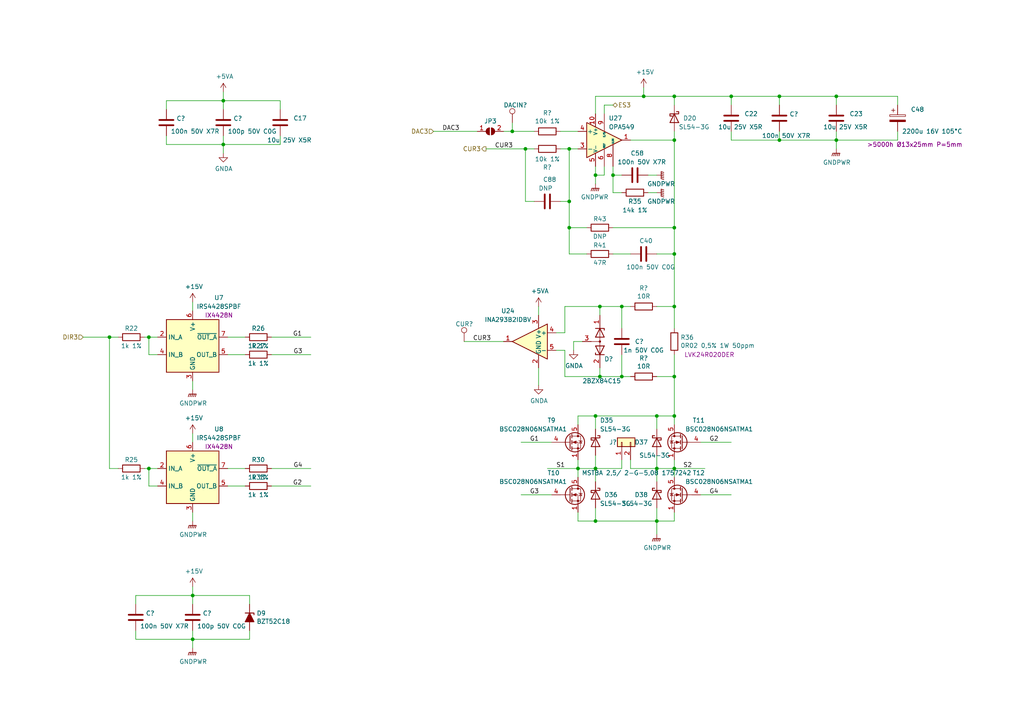
<source format=kicad_sch>
(kicad_sch (version 20230121) (generator eeschema)
  (paper "A4")
  (title_block (title "Compensation coils driver") (date "2022-03-22") (rev "2.0") (company "UMK (NCU) Toruń") (comment 1 "KL FAMO") (comment 2 "design by: mgr inż. Adam Ledziński") (comment 4 "PL: Zasilacz cewek kompensacyjnych (3x3A)"))
  (lib_symbols
    (symbol "Amplifier_Current:INA196" (pin_names (offset 0.127))
      (property "Reference" "U" (at 3.81 3.81 0))
      (property "Value" "INA196" (at 3.81 -3.81 0))
      (symbol "INA196_0_1"
        (polyline (pts (xy 5.08 0) (xy -5.08 5.08) (xy -5.08 -5.08) (xy 5.08 0)) (stroke (width 0.254)) (fill (type background)))
      )
      (symbol "INA196_1_1"
        (pin output line (at 7.62 0 180) (length 2.54) (name "~") (number "1"))
        (pin power_in line (at -2.54 -7.62 90) (length 3.81) (name "GND") (number "2"))
        (pin power_in line (at -2.54 7.62 270) (length 3.81) (name "V+") (number "3"))
        (pin input line (at -7.62 2.54 0) (length 2.54) (name "+") (number "4"))
        (pin input line (at -7.62 -2.54 0) (length 2.54) (name "-") (number "5"))
      )
    )
    (symbol "Connector:TestPoint" (pin_numbers hide) (pin_names (offset 0.762) hide)
      (property "Reference" "TP" (at 0 6.858 0))
      (property "Value" "TestPoint" (at 0 5.08 0))
      (symbol "TestPoint_0_1"
        (circle (center 0 3.302) (radius 0.762))
      )
      (symbol "TestPoint_1_1"
        (pin passive line (at 0 0 90) (length 2.54) (name "1") (number "1"))
      )
    )
    (symbol "Connector_Generic:Conn_01x02" (pin_names (offset 1.016) hide)
      (property "Reference" "J" (at 0 2.54 0))
      (property "Value" "Conn_01x02" (at 0 -5.08 0))
      (symbol "Conn_01x02_1_1"
        (rectangle (start -1.27 -2.413) (end 0 -2.667) (stroke (width 0.1524)))
        (rectangle (start -1.27 0.127) (end 0 -0.127) (stroke (width 0.1524)))
        (rectangle (start -1.27 1.27) (end 1.27 -3.81) (stroke (width 0.254)) (fill (type background)))
        (pin passive line (at -5.08 0 0) (length 3.81) (name "Pin_1") (number "1"))
        (pin passive line (at -5.08 -2.54 0) (length 3.81) (name "Pin_2") (number "2"))
      )
    )
    (symbol "Device:C" (pin_numbers hide) (pin_names (offset 0.254))
      (property "Reference" "C" (at 0.635 2.54 0))
      (property "Value" "C" (at 0.635 -2.54 0))
      (symbol "C_0_1"
        (polyline (pts (xy -2.032 -0.762) (xy 2.032 -0.762)) (stroke (width 0.508)))
        (polyline (pts (xy -2.032 0.762) (xy 2.032 0.762)) (stroke (width 0.508)))
      )
      (symbol "C_1_1"
        (pin passive line (at 0 3.81 270) (length 2.794) (name "~") (number "1"))
        (pin passive line (at 0 -3.81 90) (length 2.794) (name "~") (number "2"))
      )
    )
    (symbol "Device:D_Schottky" (pin_numbers hide) (pin_names (offset 1.016) hide)
      (property "Reference" "D" (at 0 2.54 0))
      (property "Value" "D_Schottky" (at 0 -2.54 0))
      (symbol "D_Schottky_0_1"
        (polyline (pts (xy 1.27 0) (xy -1.27 0)))
        (polyline (pts (xy 1.27 1.27) (xy 1.27 -1.27) (xy -1.27 0) (xy 1.27 1.27)) (stroke (width 0.254)))
        (polyline (pts (xy -1.905 0.635) (xy -1.905 1.27) (xy -1.27 1.27) (xy -1.27 -1.27) (xy -0.635 -1.27) (xy -0.635 -0.635)) (stroke (width 0.254)))
      )
      (symbol "D_Schottky_1_1"
        (pin passive line (at -3.81 0 0) (length 2.54) (name "K") (number "1"))
        (pin passive line (at 3.81 0 180) (length 2.54) (name "A") (number "2"))
      )
    )
    (symbol "Device:R" (pin_numbers hide) (pin_names (offset 0))
      (property "Reference" "R" (at 2.032 0 90))
      (property "Value" "R" (at 0 0 90))
      (symbol "R_0_1"
        (rectangle (start -1.016 -2.54) (end 1.016 2.54) (stroke (width 0.254)))
      )
      (symbol "R_1_1"
        (pin passive line (at 0 3.81 270) (length 1.27) (name "~") (number "1"))
        (pin passive line (at 0 -3.81 90) (length 1.27) (name "~") (number "2"))
      )
    )
    (symbol "Driver_FET:MIC4428"
      (property "Reference" "U" (at -7.62 8.89 0))
      (property "Value" "MIC4428" (at 1.27 8.89 0))
      (symbol "MIC4428_0_1"
        (rectangle (start -7.62 -7.62) (end 7.62 7.62) (stroke (width 0.254)) (fill (type background)))
      )
      (symbol "MIC4428_1_1"
        (pin no_connect line (at -7.62 0 0) (length 2.54) hide (name "NC") (number "1"))
        (pin input line (at -10.16 2.54 0) (length 2.54) (name "IN_A") (number "2"))
        (pin power_in line (at 0 -10.16 90) (length 2.54) (name "GND") (number "3"))
        (pin input line (at -10.16 -2.54 0) (length 2.54) (name "IN_B") (number "4"))
        (pin output line (at 10.16 -2.54 180) (length 2.54) (name "OUT_B") (number "5"))
        (pin power_in line (at 0 10.16 270) (length 2.54) (name "V+") (number "6"))
        (pin output line (at 10.16 2.54 180) (length 2.54) (name "~{OUT_A}") (number "7"))
        (pin no_connect line (at 7.62 0 180) (length 2.54) hide (name "NC") (number "8"))
      )
    )
    (symbol "Jumper:SolderJumper_2_Open" (pin_names (offset 0) hide)
      (property "Reference" "JP" (at 0 2.032 0))
      (property "Value" "SolderJumper_2_Open" (at 0 -2.54 0))
      (symbol "SolderJumper_2_Open_0_1"
        (arc (start -0.254 1.016) (mid -1.2656 0) (end -0.254 -1.016))
        (arc (start -0.254 1.016) (mid -1.2656 0) (end -0.254 -1.016) (fill (type outline)))
        (polyline (pts (xy -0.254 1.016) (xy -0.254 -1.016)))
        (polyline (pts (xy 0.254 1.016) (xy 0.254 -1.016)))
        (arc (start 0.254 -1.016) (mid 1.2656 0) (end 0.254 1.016))
        (arc (start 0.254 -1.016) (mid 1.2656 0) (end 0.254 1.016) (fill (type outline)))
      )
      (symbol "SolderJumper_2_Open_1_1"
        (pin passive line (at -3.81 0 0) (length 2.54) (name "A") (number "1"))
        (pin passive line (at 3.81 0 180) (length 2.54) (name "B") (number "2"))
      )
    )
    (symbol "Transistor_FET:BSC028N06LS3" (pin_names hide)
      (property "Reference" "Q" (at 5.08 1.905 0))
      (property "Value" "BSC028N06LS3" (at 5.08 0 0))
      (symbol "BSC028N06LS3_0_1"
        (polyline (pts (xy 0.254 0) (xy -2.54 0)))
        (polyline (pts (xy 0.254 1.905) (xy 0.254 -1.905)) (stroke (width 0.254)))
        (polyline (pts (xy 0.762 -1.27) (xy 0.762 -2.286)) (stroke (width 0.254)))
        (polyline (pts (xy 0.762 0.508) (xy 0.762 -0.508)) (stroke (width 0.254)))
        (polyline (pts (xy 0.762 2.286) (xy 0.762 1.27)) (stroke (width 0.254)))
        (polyline (pts (xy 2.54 2.54) (xy 2.54 1.778)))
        (polyline (pts (xy 2.54 -2.54) (xy 2.54 0) (xy 0.762 0)))
        (polyline (pts (xy 0.762 -1.778) (xy 3.302 -1.778) (xy 3.302 1.778) (xy 0.762 1.778)))
        (polyline (pts (xy 1.016 0) (xy 2.032 0.381) (xy 2.032 -0.381) (xy 1.016 0)) (fill (type outline)))
        (polyline (pts (xy 2.794 0.508) (xy 2.921 0.381) (xy 3.683 0.381) (xy 3.81 0.254)))
        (polyline (pts (xy 3.302 0.381) (xy 2.921 -0.254) (xy 3.683 -0.254) (xy 3.302 0.381)))
        (circle (center 1.651 0) (radius 2.794) (stroke (width 0.254)))
        (circle (center 2.54 -1.778) (radius 0.254) (fill (type outline)))
        (circle (center 2.54 1.778) (radius 0.254) (fill (type outline)))
      )
      (symbol "BSC028N06LS3_1_1"
        (pin passive line (at 2.54 -5.08 90) (length 2.54) (name "S") (number "1"))
        (pin passive line (at 2.54 -5.08 90) (length 2.54) hide (name "S") (number "2"))
        (pin passive line (at 2.54 -5.08 90) (length 2.54) hide (name "S") (number "3"))
        (pin passive line (at -5.08 0 0) (length 2.54) (name "G") (number "4"))
        (pin passive line (at 2.54 5.08 270) (length 2.54) (name "D") (number "5"))
      )
    )
    (symbol "current3Av2-rescue:CP-Device" (pin_numbers hide) (pin_names (offset 0.254))
      (property "Reference" "C" (at 0.635 2.54 0))
      (property "Value" "Device_CP" (at 0.635 -2.54 0))
      (symbol "CP-Device_0_1"
        (rectangle (start -2.286 0.508) (end 2.286 1.016))
        (polyline (pts (xy -1.778 2.286) (xy -0.762 2.286)))
        (polyline (pts (xy -1.27 2.794) (xy -1.27 1.778)))
        (rectangle (start 2.286 -0.508) (end -2.286 -1.016) (fill (type outline)))
      )
      (symbol "CP-Device_1_1"
        (pin passive line (at 0 3.81 270) (length 2.794) (name "~") (number "1"))
        (pin passive line (at 0 -3.81 90) (length 2.794) (name "~") (number "2"))
      )
    )
    (symbol "current3Av2-rescue:D_Zener_ALT-Device" (pin_numbers hide) (pin_names (offset 1.016) hide)
      (property "Reference" "D" (at 0 2.54 0))
      (property "Value" "Device_D_Zener_ALT" (at 0 -2.54 0))
      (symbol "D_Zener_ALT-Device_0_1"
        (polyline (pts (xy 1.27 0) (xy -1.27 0)))
        (polyline (pts (xy -1.27 -1.27) (xy -1.27 1.27) (xy -0.762 1.27)) (stroke (width 0.254)))
        (polyline (pts (xy 1.27 -1.27) (xy 1.27 1.27) (xy -1.27 0) (xy 1.27 -1.27)) (stroke (width 0.254)) (fill (type outline)))
      )
      (symbol "D_Zener_ALT-Device_1_1"
        (pin passive line (at -3.81 0 0) (length 2.54) (name "K") (number "1"))
        (pin passive line (at 3.81 0 180) (length 2.54) (name "A") (number "2"))
      )
    )
    (symbol "current3Av2-rescue:D_Zener_x2_ACom_KKA-Device" (pin_names (offset 0.762) hide)
      (property "Reference" "D" (at 1.27 -2.54 0))
      (property "Value" "Device_D_Zener_x2_ACom_KKA" (at 0 2.54 0))
      (symbol "D_Zener_x2_ACom_KKA-Device_0_1"
        (polyline (pts (xy -3.556 0) (xy 3.81 0)))
        (polyline (pts (xy 0 0) (xy 0 -2.54)))
        (polyline (pts (xy -3.81 -1.27) (xy -3.81 1.27) (xy -3.302 1.27)) (stroke (width 0.254)))
        (polyline (pts (xy 3.302 -1.27) (xy 3.81 -1.27) (xy 3.81 1.27)) (stroke (width 0.254)))
        (polyline (pts (xy -1.27 -1.27) (xy -3.81 0) (xy -1.27 1.27) (xy -1.27 -1.27) (xy -1.27 -1.27) (xy -1.27 -1.27)) (stroke (width 0.254)))
        (polyline (pts (xy 1.27 1.27) (xy 3.81 0) (xy 1.27 -1.27) (xy 1.27 1.27) (xy 1.27 1.27) (xy 1.27 1.27)) (stroke (width 0.254)))
        (circle (center 0 0) (radius 0.254) (fill (type outline)))
        (pin passive line (at -7.62 0 0) (length 3.81) (name "K") (number "1"))
        (pin passive line (at 7.62 0 180) (length 3.81) (name "K") (number "2"))
        (pin passive line (at 0 -5.08 90) (length 2.54) (name "A") (number "3"))
      )
    )
    (symbol "ff:OPA549" (pin_names (offset 0.127))
      (property "Reference" "U" (at 3.81 3.81 0))
      (property "Value" "OPA549" (at 3.81 -2.54 0))
      (symbol "OPA549_0_1"
        (polyline (pts (xy 5.08 0) (xy -5.08 5.08) (xy -5.08 -5.08) (xy 5.08 0)) (stroke (width 0.254)) (fill (type background)))
      )
      (symbol "OPA549_1_1"
        (pin output line (at 7.62 0 180) (length 2.54) (name "~") (number "1"))
        (pin power_in line (at -2.54 7.62 270) (length 3.81) (name "V+") (number "10"))
        (pin power_in line (at -2.54 7.62 270) (length 3.81) hide (name "V+") (number "11"))
        (pin output line (at 7.62 0 180) (length 2.54) hide (name "~") (number "2"))
        (pin input line (at -7.62 -2.54 0) (length 2.54) (name "-") (number "3"))
        (pin input line (at -7.62 2.54 0) (length 2.54) (name "+") (number "4"))
        (pin power_in line (at -2.54 -7.62 90) (length 3.81) (name "V-") (number "5"))
        (pin passive line (at 0 -7.62 90) (length 5.08) (name "REF") (number "6"))
        (pin power_in line (at -2.54 -7.62 90) (length 3.81) hide (name "V-") (number "7"))
        (pin passive line (at 2.54 -7.62 90) (length 6.35) (name "ILIM") (number "8"))
        (pin passive line (at 0 7.62 270) (length 5.08) (name "E/S") (number "9"))
      )
    )
    (symbol "power:+15V" (power) (pin_names (offset 0))
      (property "Value" "+15V" (at 0 3.556 0))
      (symbol "+15V_0_1"
        (polyline (pts (xy -0.762 1.27) (xy 0 2.54)))
        (polyline (pts (xy 0 0) (xy 0 2.54)))
        (polyline (pts (xy 0 2.54) (xy 0.762 1.27)))
      )
      (symbol "+15V_1_1"
        (pin power_in line (at 0 0 90) (length 0) hide (name "+15V") (number "1"))
      )
    )
    (symbol "power:+5VA" (power) (pin_names (offset 0))
      (property "Value" "+5VA" (at 0 3.556 0))
      (symbol "+5VA_0_1"
        (polyline (pts (xy -0.762 1.27) (xy 0 2.54)))
        (polyline (pts (xy 0 0) (xy 0 2.54)))
        (polyline (pts (xy 0 2.54) (xy 0.762 1.27)))
      )
      (symbol "+5VA_1_1"
        (pin power_in line (at 0 0 90) (length 0) hide (name "+5VA") (number "1"))
      )
    )
    (symbol "power:GNDA" (power) (pin_names (offset 0))
      (property "Value" "GNDA" (at 0 -3.81 0))
      (symbol "GNDA_0_1"
        (polyline (pts (xy 0 0) (xy 0 -1.27) (xy 1.27 -1.27) (xy 0 -2.54) (xy -1.27 -1.27) (xy 0 -1.27)))
      )
      (symbol "GNDA_1_1"
        (pin power_in line (at 0 0 270) (length 0) hide (name "GNDA") (number "1"))
      )
    )
    (symbol "power:GNDPWR" (power) (pin_names (offset 0))
      (property "Value" "GNDPWR" (at 0 -3.302 0))
      (symbol "GNDPWR_0_1"
        (polyline (pts (xy 0 -1.27) (xy 0 0)))
        (polyline (pts (xy -1.016 -1.27) (xy -1.27 -2.032) (xy -1.27 -2.032)) (stroke (width 0.2032)))
        (polyline (pts (xy -0.508 -1.27) (xy -0.762 -2.032) (xy -0.762 -2.032)) (stroke (width 0.2032)))
        (polyline (pts (xy 0 -1.27) (xy -0.254 -2.032) (xy -0.254 -2.032)) (stroke (width 0.2032)))
        (polyline (pts (xy 0.508 -1.27) (xy 0.254 -2.032) (xy 0.254 -2.032)) (stroke (width 0.2032)))
        (polyline (pts (xy 1.016 -1.27) (xy -1.016 -1.27) (xy -1.016 -1.27)) (stroke (width 0.2032)))
        (polyline (pts (xy 1.016 -1.27) (xy 0.762 -2.032) (xy 0.762 -2.032) (xy 0.762 -2.032)) (stroke (width 0.2032)))
      )
      (symbol "GNDPWR_1_1"
        (pin power_in line (at 0 0 270) (length 0) hide (name "GNDPWR") (number "1"))
      )
    )
  )
  (junction (at 226.06 27.94))
  (junction (at 186.69 27.94))
  (junction (at 190.5 151.13))
  (junction (at 195.58 109.22))
  (junction (at 242.57 27.94))
  (junction (at 180.34 109.22))
  (junction (at 177.8 50.8))
  (junction (at 195.58 120.65))
  (junction (at 172.72 50.8))
  (junction (at 165.1 66.04))
  (junction (at 43.18 97.79))
  (junction (at 195.58 135.89))
  (junction (at 180.34 88.9))
  (junction (at 172.72 135.89))
  (junction (at 43.18 135.89))
  (junction (at 148.59 38.1))
  (junction (at 152.4 43.18))
  (junction (at 190.5 120.65))
  (junction (at 212.09 27.94))
  (junction (at 55.88 185.42))
  (junction (at 173.99 88.9))
  (junction (at 172.72 120.65))
  (junction (at 165.1 43.18))
  (junction (at 172.72 151.13))
  (junction (at 64.77 29.21))
  (junction (at 165.1 58.42))
  (junction (at 190.5 135.89))
  (junction (at 64.77 41.91))
  (junction (at 242.57 40.64))
  (junction (at 195.58 88.9))
  (junction (at 31.75 97.79))
  (junction (at 173.99 109.22))
  (junction (at 226.06 40.64))
  (junction (at 195.58 73.66))
  (junction (at 55.88 172.72))
  (junction (at 195.58 66.04))
  (junction (at 195.58 40.64))
  (junction (at 167.64 135.89))
  (junction (at 195.58 27.94))
  (wire (pts (xy 190.5 135.89) (xy 195.58 135.89)))
  (wire (pts (xy 180.34 102.87) (xy 180.34 109.22)))
  (wire (pts (xy 162.56 38.1) (xy 167.64 38.1)))
  (wire (pts (xy 182.88 135.89) (xy 190.5 135.89)))
  (wire (pts (xy 212.09 143.51) (xy 203.2 143.51)))
  (wire (pts (xy 31.75 135.89) (xy 31.75 97.79)))
  (wire (pts (xy 195.58 66.04) (xy 195.58 73.66)))
  (wire (pts (xy 242.57 40.64) (xy 242.57 38.1)))
  (wire (pts (xy 39.37 172.72) (xy 55.88 172.72)))
  (wire (pts (xy 55.88 185.42) (xy 55.88 182.88)))
  (wire (pts (xy 66.04 135.89) (xy 71.12 135.89)))
  (wire (pts (xy 180.34 88.9) (xy 180.34 95.25)))
  (wire (pts (xy 195.58 73.66) (xy 190.5 73.66)))
  (wire (pts (xy 161.29 96.52) (xy 163.83 96.52)))
  (wire (pts (xy 180.34 55.88) (xy 177.8 55.88)))
  (wire (pts (xy 195.58 109.22) (xy 190.5 109.22)))
  (wire (pts (xy 154.94 38.1) (xy 148.59 38.1)))
  (wire (pts (xy 182.88 133.35) (xy 182.88 135.89)))
  (wire (pts (xy 170.18 66.04) (xy 165.1 66.04)))
  (wire (pts (xy 212.09 40.64) (xy 226.06 40.64)))
  (wire (pts (xy 175.26 50.8) (xy 175.26 48.26)))
  (wire (pts (xy 43.18 135.89) (xy 43.18 140.97)))
  (wire (pts (xy 64.77 26.67) (xy 64.77 29.21)))
  (wire (pts (xy 55.88 170.18) (xy 55.88 172.72)))
  (wire (pts (xy 55.88 90.17) (xy 55.88 87.63)))
  (wire (pts (xy 195.58 135.89) (xy 204.47 135.89)))
  (wire (pts (xy 165.1 66.04) (xy 165.1 58.42)))
  (wire (pts (xy 162.56 58.42) (xy 165.1 58.42)))
  (wire (pts (xy 43.18 135.89) (xy 45.72 135.89)))
  (wire (pts (xy 167.64 138.43) (xy 167.64 135.89)))
  (wire (pts (xy 182.88 40.64) (xy 195.58 40.64)))
  (wire (pts (xy 161.29 101.6) (xy 163.83 101.6)))
  (wire (pts (xy 195.58 135.89) (xy 195.58 138.43)))
  (wire (pts (xy 163.83 109.22) (xy 173.99 109.22)))
  (wire (pts (xy 165.1 43.18) (xy 167.64 43.18)))
  (wire (pts (xy 195.58 40.64) (xy 195.58 66.04)))
  (wire (pts (xy 81.28 31.75) (xy 81.28 29.21)))
  (wire (pts (xy 81.28 39.37) (xy 81.28 41.91)))
  (wire (pts (xy 154.94 58.42) (xy 152.4 58.42)))
  (wire (pts (xy 152.4 43.18) (xy 154.94 43.18)))
  (wire (pts (xy 212.09 38.1) (xy 212.09 40.64)))
  (wire (pts (xy 175.26 30.48) (xy 175.26 33.02)))
  (wire (pts (xy 72.39 175.26) (xy 72.39 172.72)))
  (wire (pts (xy 190.5 124.46) (xy 190.5 120.65)))
  (wire (pts (xy 167.64 151.13) (xy 167.64 148.59)))
  (wire (pts (xy 195.58 135.89) (xy 195.58 133.35)))
  (wire (pts (xy 163.83 101.6) (xy 163.83 109.22)))
  (wire (pts (xy 195.58 88.9) (xy 195.58 95.25)))
  (wire (pts (xy 55.88 113.03) (xy 55.88 110.49)))
  (wire (pts (xy 172.72 50.8) (xy 175.26 50.8)))
  (wire (pts (xy 173.99 88.9) (xy 180.34 88.9)))
  (wire (pts (xy 66.04 97.79) (xy 71.12 97.79)))
  (wire (pts (xy 195.58 27.94) (xy 186.69 27.94)))
  (wire (pts (xy 43.18 97.79) (xy 45.72 97.79)))
  (wire (pts (xy 41.91 97.79) (xy 43.18 97.79)))
  (wire (pts (xy 167.64 135.89) (xy 172.72 135.89)))
  (wire (pts (xy 172.72 27.94) (xy 186.69 27.94)))
  (wire (pts (xy 190.5 135.89) (xy 190.5 132.08)))
  (wire (pts (xy 165.1 73.66) (xy 165.1 66.04)))
  (wire (pts (xy 242.57 40.64) (xy 260.35 40.64)))
  (wire (pts (xy 180.34 88.9) (xy 182.88 88.9)))
  (wire (pts (xy 43.18 140.97) (xy 45.72 140.97)))
  (wire (pts (xy 172.72 147.32) (xy 172.72 151.13)))
  (wire (pts (xy 163.83 88.9) (xy 173.99 88.9)))
  (wire (pts (xy 172.72 33.02) (xy 172.72 27.94)))
  (wire (pts (xy 195.58 30.48) (xy 195.58 27.94)))
  (wire (pts (xy 138.43 38.1) (xy 125.73 38.1)))
  (wire (pts (xy 180.34 135.89) (xy 180.34 133.35)))
  (wire (pts (xy 180.34 109.22) (xy 182.88 109.22)))
  (wire (pts (xy 167.64 120.65) (xy 172.72 120.65)))
  (wire (pts (xy 172.72 135.89) (xy 172.72 132.08)))
  (wire (pts (xy 24.13 97.79) (xy 31.75 97.79)))
  (wire (pts (xy 48.26 31.75) (xy 48.26 29.21)))
  (wire (pts (xy 172.72 48.26) (xy 172.72 50.8)))
  (wire (pts (xy 190.5 120.65) (xy 195.58 120.65)))
  (wire (pts (xy 172.72 120.65) (xy 190.5 120.65)))
  (wire (pts (xy 195.58 88.9) (xy 195.58 73.66)))
  (wire (pts (xy 78.74 102.87) (xy 90.17 102.87)))
  (wire (pts (xy 55.88 172.72) (xy 72.39 172.72)))
  (wire (pts (xy 172.72 135.89) (xy 180.34 135.89)))
  (wire (pts (xy 55.88 185.42) (xy 72.39 185.42)))
  (wire (pts (xy 190.5 147.32) (xy 190.5 151.13)))
  (wire (pts (xy 162.56 43.18) (xy 165.1 43.18)))
  (wire (pts (xy 180.34 50.8) (xy 177.8 50.8)))
  (wire (pts (xy 172.72 151.13) (xy 190.5 151.13)))
  (wire (pts (xy 195.58 151.13) (xy 190.5 151.13)))
  (wire (pts (xy 39.37 175.26) (xy 39.37 172.72)))
  (wire (pts (xy 226.06 40.64) (xy 242.57 40.64)))
  (wire (pts (xy 156.21 106.68) (xy 156.21 111.76)))
  (wire (pts (xy 170.18 73.66) (xy 165.1 73.66)))
  (wire (pts (xy 64.77 41.91) (xy 64.77 44.45)))
  (wire (pts (xy 166.37 99.06) (xy 166.37 101.6)))
  (wire (pts (xy 172.72 139.7) (xy 172.72 135.89)))
  (wire (pts (xy 41.91 135.89) (xy 43.18 135.89)))
  (wire (pts (xy 39.37 185.42) (xy 55.88 185.42)))
  (wire (pts (xy 260.35 27.94) (xy 242.57 27.94)))
  (wire (pts (xy 177.8 30.48) (xy 175.26 30.48)))
  (wire (pts (xy 165.1 58.42) (xy 165.1 43.18)))
  (wire (pts (xy 72.39 182.88) (xy 72.39 185.42)))
  (wire (pts (xy 39.37 185.42) (xy 39.37 182.88)))
  (wire (pts (xy 173.99 106.68) (xy 173.99 109.22)))
  (wire (pts (xy 186.69 27.94) (xy 186.69 25.4)))
  (wire (pts (xy 182.88 73.66) (xy 177.8 73.66)))
  (wire (pts (xy 177.8 48.26) (xy 177.8 50.8)))
  (wire (pts (xy 151.13 128.27) (xy 160.02 128.27)))
  (wire (pts (xy 55.88 128.27) (xy 55.88 125.73)))
  (wire (pts (xy 195.58 109.22) (xy 195.58 120.65)))
  (wire (pts (xy 48.26 41.91) (xy 48.26 39.37)))
  (wire (pts (xy 90.17 140.97) (xy 78.74 140.97)))
  (wire (pts (xy 90.17 97.79) (xy 78.74 97.79)))
  (wire (pts (xy 195.58 148.59) (xy 195.58 151.13)))
  (wire (pts (xy 48.26 41.91) (xy 64.77 41.91)))
  (wire (pts (xy 134.62 99.06) (xy 146.05 99.06)))
  (wire (pts (xy 177.8 50.8) (xy 177.8 55.88)))
  (wire (pts (xy 226.06 40.64) (xy 226.06 38.1)))
  (wire (pts (xy 195.58 102.87) (xy 195.58 109.22)))
  (wire (pts (xy 71.12 102.87) (xy 66.04 102.87)))
  (wire (pts (xy 64.77 41.91) (xy 64.77 39.37)))
  (wire (pts (xy 140.97 43.18) (xy 152.4 43.18)))
  (wire (pts (xy 195.58 120.65) (xy 195.58 123.19)))
  (wire (pts (xy 64.77 31.75) (xy 64.77 29.21)))
  (wire (pts (xy 168.91 99.06) (xy 166.37 99.06)))
  (wire (pts (xy 190.5 88.9) (xy 195.58 88.9)))
  (wire (pts (xy 226.06 27.94) (xy 242.57 27.94)))
  (wire (pts (xy 43.18 97.79) (xy 43.18 102.87)))
  (wire (pts (xy 167.64 123.19) (xy 167.64 120.65)))
  (wire (pts (xy 148.59 38.1) (xy 146.05 38.1)))
  (wire (pts (xy 48.26 29.21) (xy 64.77 29.21)))
  (wire (pts (xy 64.77 41.91) (xy 81.28 41.91)))
  (wire (pts (xy 172.72 50.8) (xy 172.72 53.34)))
  (wire (pts (xy 148.59 38.1) (xy 148.59 35.56)))
  (wire (pts (xy 172.72 151.13) (xy 167.64 151.13)))
  (wire (pts (xy 203.2 128.27) (xy 212.09 128.27)))
  (wire (pts (xy 31.75 97.79) (xy 34.29 97.79)))
  (wire (pts (xy 156.21 91.44) (xy 156.21 88.9)))
  (wire (pts (xy 173.99 109.22) (xy 180.34 109.22)))
  (wire (pts (xy 34.29 135.89) (xy 31.75 135.89)))
  (wire (pts (xy 260.35 30.48) (xy 260.35 27.94)))
  (wire (pts (xy 212.09 27.94) (xy 212.09 30.48)))
  (wire (pts (xy 78.74 135.89) (xy 90.17 135.89)))
  (wire (pts (xy 172.72 124.46) (xy 172.72 120.65)))
  (wire (pts (xy 158.75 135.89) (xy 167.64 135.89)))
  (wire (pts (xy 195.58 40.64) (xy 195.58 38.1)))
  (wire (pts (xy 163.83 96.52) (xy 163.83 88.9)))
  (wire (pts (xy 167.64 135.89) (xy 167.64 133.35)))
  (wire (pts (xy 190.5 135.89) (xy 190.5 139.7)))
  (wire (pts (xy 55.88 175.26) (xy 55.88 172.72)))
  (wire (pts (xy 226.06 27.94) (xy 226.06 30.48)))
  (wire (pts (xy 55.88 185.42) (xy 55.88 187.96)))
  (wire (pts (xy 212.09 27.94) (xy 226.06 27.94)))
  (wire (pts (xy 195.58 27.94) (xy 212.09 27.94)))
  (wire (pts (xy 260.35 40.64) (xy 260.35 38.1)))
  (wire (pts (xy 187.96 55.88) (xy 190.5 55.88)))
  (wire (pts (xy 242.57 27.94) (xy 242.57 30.48)))
  (wire (pts (xy 190.5 151.13) (xy 190.5 154.94)))
  (wire (pts (xy 152.4 58.42) (xy 152.4 43.18)))
  (wire (pts (xy 177.8 66.04) (xy 195.58 66.04)))
  (wire (pts (xy 160.02 143.51) (xy 151.13 143.51)))
  (wire (pts (xy 71.12 140.97) (xy 66.04 140.97)))
  (wire (pts (xy 173.99 88.9) (xy 173.99 91.44)))
  (wire (pts (xy 55.88 151.13) (xy 55.88 148.59)))
  (wire (pts (xy 187.96 50.8) (xy 190.5 50.8)))
  (wire (pts (xy 64.77 29.21) (xy 81.28 29.21)))
  (wire (pts (xy 242.57 43.18) (xy 242.57 40.64)))
  (wire (pts (xy 43.18 102.87) (xy 45.72 102.87)))
  (label "CUR3" (at 137.16 99.06 0))
  (label "G4" (at 205.74 143.51 0))
  (label "S1" (at 161.29 135.89 0))
  (label "G2" (at 205.74 128.27 0))
  (label "CUR3" (at 143.51 43.18 0))
  (label "S2" (at 198.12 135.89 0))
  (label "G1" (at 87.63 97.79 180))
  (label "G3" (at 85.09 102.87 0))
  (label "G2" (at 87.63 140.97 180))
  (label "G3" (at 153.67 143.51 0))
  (label "G1" (at 153.67 128.27 0))
  (label "G4" (at 85.09 135.89 0))
  (label "DAC3" (at 128.27 38.1 0))
  (hierarchical_label "DAC3" (shape input) (at 125.73 38.1 180))
  (hierarchical_label "DIR3" (shape input) (at 24.13 97.79 180))
  (hierarchical_label "ES3" (shape bidirectional) (at 177.8 30.48 0))
  (hierarchical_label "CUR3" (shape output) (at 140.97 43.18 180))
  (symbol (lib_id "ff:OPA549") (at 175.26 40.64 0) (unit 1)
    (property "Reference" "U?" (at 176.53 34.29 0) (effects (justify left)))
    (property "Value" "OPA549" (at 176.53 36.83 0) (effects (justify left)))
    (property "Footprint" "ff_lib:TO-220-11_Vertical_StangeredType1_or_not" (effects hide))
    (property "Datasheet" "http://www.ti.com/lit/ds/symlink/opa549.pdf" (effects hide))
    (instances (project "current3Av2" (path "" (reference "U27") (unit 1)) (path "" (reference "U?") (unit 1))))
  )
  (symbol (lib_id "Device:R") (at 158.75 38.1 270) (unit 1)
    (property "Reference" "R?" (at 158.75 32.766 90))
    (property "Value" "10k 1%" (at 158.75 35.1282 90))
    (property "Footprint" "Resistors_SMD:R_0603" (effects hide))
    (instances (project "current3Av2" (path "" (reference "R?") (unit 1)) (path "" (reference "R28") (unit 1))))
  )
  (symbol (lib_id "power:GNDA") (at 64.77 44.45 0) (unit 1)
    (property "Reference" "#PWR?" (effects hide))
    (property "Value" "GNDA" (at 64.897 48.9458 0))
    (instances (project "current3Av2" (path "" (reference "#PWR?") (unit 1)) (path "" (reference "#PWR082") (unit 1))))
  )
  (symbol (lib_id "power:GNDPWR") (at 190.5 50.8 90) (unit 1)
    (property "Reference" "#PWR?" (effects hide))
    (property "Value" "GNDPWR" (at 191.77 53.34 90))
    (instances (project "current3Av2" (path "" (reference "#PWR095") (unit 1)) (path "" (reference "#PWR?") (unit 1))))
  )
  (symbol (lib_id "current3Av2-rescue:D_Zener_x2_ACom_KKA-Device") (at 173.99 99.06 270) (unit 1)
    (property "Reference" "D?" (at 175.26 104.14 90) (effects (justify left)))
    (property "Value" "2BZX84C15" (at 168.91 110.49 90) (effects (justify left)))
    (property "Footprint" "Package_TO_SOT_SMD:SOT-23" (effects hide))
    (instances (project "current3Av2" (path "" (reference "D?") (unit 1)) (path "" (reference "D19") (unit 1))))
  )
  (symbol (lib_id "Device:C") (at 180.34 99.06 180) (unit 1)
    (property "Reference" "C?" (at 185.42 99.06 0))
    (property "Value" "1n 50V C0G" (at 186.69 101.6 0))
    (property "Footprint" "Capacitors_SMD:C_0603" (effects hide))
    (instances (project "current3Av2" (path "" (reference "C?") (unit 1)) (path "" (reference "C55") (unit 1))))
  )
  (symbol (lib_id "power:GNDA") (at 156.21 111.76 0) (unit 1)
    (property "Reference" "#PWR?" (effects hide))
    (property "Value" "GNDA" (at 156.337 116.2558 0))
    (instances (project "current3Av2" (path "" (reference "#PWR?") (unit 1)) (path "" (reference "#PWR053") (unit 1))))
  )
  (symbol (lib_id "Amplifier_Current:INA196") (at 153.67 99.06 0) (mirror y) (unit 1)
    (property "Reference" "U24" (at 147.32 90.17 0))
    (property "Value" "INA293B2IDBV" (at 147.32 92.71 0))
    (property "Footprint" "Package_TO_SOT_SMD:SOT-23-5" (effects hide))
    (property "Datasheet" "https://www.ti.com/lit/ds/symlink/ina293.pdf?ts=1623847588072&ref_url=https%253A%252F%252Fwww.ti.com%252Fproduct%252FINA293%253FkeyMatch%253DINA293%2526tisearch%253Dsearch-everything%2526usecase%253DGPN" (effects hide))
  )
  (symbol (lib_id "Device:D_Schottky") (at 172.72 128.27 270) (unit 1)
    (property "Reference" "D?" (at 173.99 121.92 90) (effects (justify left)))
    (property "Value" "SL54-3G" (at 173.99 124.46 90) (effects (justify left)))
    (property "Footprint" "Diodes_SMD:D_SMB" (effects hide))
    (property "Comm" "Diotec SL54-3G" (effects hide))
    (instances (project "current3Av2" (path "" (reference "D35") (unit 1)) (path "" (reference "D?") (unit 1))))
  )
  (symbol (lib_id "Device:D_Schottky") (at 172.72 143.51 270) (unit 1)
    (property "Reference" "D?" (at 175.26 143.51 90) (effects (justify left)))
    (property "Value" "SL54-3G" (at 173.99 146.05 90) (effects (justify left)))
    (property "Footprint" "Diodes_SMD:D_SMB" (effects hide))
    (property "Comm" "Diotec SL54-3G" (effects hide))
    (instances (project "current3Av2" (path "" (reference "D36") (unit 1)) (path "" (reference "D?") (unit 1))))
  )
  (symbol (lib_id "Device:D_Schottky") (at 190.5 143.51 90) (mirror x) (unit 1)
    (property "Reference" "D?" (at 187.96 143.51 90) (effects (justify left)))
    (property "Value" "SL54-3G" (at 189.23 146.05 90) (effects (justify left)))
    (property "Footprint" "Diodes_SMD:D_SMB" (effects hide))
    (property "Comm" "Diotec SL54-3G" (effects hide))
    (instances (project "current3Av2" (path "" (reference "D38") (unit 1)) (path "" (reference "D?") (unit 1))))
  )
  (symbol (lib_id "Transistor_FET:BSC028N06LS3") (at 165.1 143.51 0) (unit 1)
    (property "Reference" "T10" (at 158.75 137.16 0) (effects (justify left)))
    (property "Value" "BSC028N06NSATMA1" (at 144.78 139.7 0) (effects (justify left)))
    (property "Footprint" "Package_TO_SOT_SMD:TDSON-8-1" (effects hide))
    (property "Datasheet" "http://www.infineon.com/dgdl/Infineon-BSC028N06LS3-DS-v02_02-en.pdf?fileId=db3a30431ddc9372011ebafa4c607f8c" (effects hide))
  )
  (symbol (lib_id "Device:R") (at 74.93 140.97 270) (unit 1)
    (property "Reference" "R?" (at 74.93 138.43 90))
    (property "Value" "1k 1%" (at 74.93 143.51 90))
    (property "Footprint" "Resistors_SMD:R_0603" (effects hide))
    (instances (project "current3Av2" (path "" (reference "R33") (unit 1)) (path "" (reference "R?") (unit 1))))
  )
  (symbol (lib_id "Device:R") (at 74.93 135.89 270) (unit 1)
    (property "Reference" "R?" (at 74.93 133.35 90))
    (property "Value" "1k 1%" (at 74.93 138.43 90))
    (property "Footprint" "Resistors_SMD:R_0603" (effects hide))
    (instances (project "current3Av2" (path "" (reference "R30") (unit 1)) (path "" (reference "R?") (unit 1))))
  )
  (symbol (lib_id "power:GNDPWR") (at 55.88 151.13 0) (unit 1)
    (property "Reference" "#PWR?" (effects hide))
    (property "Value" "GNDPWR" (at 56.0324 155.067 0))
    (instances (project "current3Av2" (path "" (reference "#PWR044") (unit 1)) (path "" (reference "#PWR?") (unit 1))))
  )
  (symbol (lib_id "Driver_FET:MIC4428") (at 55.88 138.43 0) (unit 1)
    (property "Reference" "U8" (at 63.5 124.46 0))
    (property "Value" "IRS4428SPBF" (at 63.5 127 0))
    (property "Footprint" "Housings_SOIC:SOIC-8_3.9x4.9mm_Pitch1.27mm" (effects hide))
    (property "Datasheet" "https://www.ixysic.com/home/pdfs.nsf/www/IX4426-27-28.pdf/$file/IX4426-27-28.pdf" (effects hide))
    (property "Comm" "IX4428N" (at 63.5 129.54 0))
  )
  (symbol (lib_id "Device:C") (at 55.88 179.07 0) (unit 1)
    (property "Reference" "C?" (at 58.801 177.8762 0) (effects (justify left)))
    (property "Value" "100p 50V C0G" (at 57.15 181.61 0) (effects (justify left)))
    (property "Footprint" "Capacitors_SMD:C_0603" (effects hide))
    (instances (project "current3Av2" (path "" (reference "C?") (unit 1)) (path "" (reference "C81") (unit 1))))
  )
  (symbol (lib_id "Device:C") (at 39.37 179.07 0) (unit 1)
    (property "Reference" "C?" (at 42.291 177.8762 0) (effects (justify left)))
    (property "Value" "100n 50V X7R" (at 40.64 181.61 0) (effects (justify left)))
    (property "Footprint" "Capacitors_SMD:C_0603" (effects hide))
    (instances (project "current3Av2" (path "" (reference "C?") (unit 1)) (path "" (reference "C78") (unit 1))))
  )
  (symbol (lib_id "power:GNDPWR") (at 242.57 43.18 0) (unit 1)
    (property "Reference" "#PWR?" (effects hide))
    (property "Value" "GNDPWR" (at 242.7224 47.117 0))
    (instances (project "current3Av2" (path "" (reference "#PWR071") (unit 1)) (path "" (reference "#PWR?") (unit 1))))
  )
  (symbol (lib_id "current3Av2-rescue:CP-Device") (at 260.35 34.29 0) (unit 1)
    (property "Reference" "C?" (at 264.16 31.75 0) (effects (justify left)))
    (property "Value" "2200u 16V 105°C " (at 261.62 38.1 0) (effects (justify left)))
    (property "Footprint" "Capacitors_THT:CP_Radial_D14.0mm_P5.00mm" (effects hide))
    (property "Comm" ">5000h Ø13x25mm P=5mm" (at 251.46 41.91 0) (effects (justify left)))
    (instances (project "current3Av2" (path "" (reference "C48") (unit 1))))
  )
  (symbol (lib_id "power:+5VA") (at 156.21 88.9 0) (unit 1)
    (property "Reference" "#PWR061" (effects hide))
    (property "Value" "+5VA" (at 156.591 84.4042 0))
  )
  (symbol (lib_id "Device:C") (at 186.69 73.66 270) (unit 1)
    (property "Reference" "C?" (at 185.42 69.85 90) (effects (justify left)))
    (property "Value" "100n 50V C0G" (at 181.61 77.47 90) (effects (justify left)))
    (property "Footprint" "Capacitors_SMD:C_1206" (effects hide))
    (instances (project "current3Av2" (path "" (reference "C40") (unit 1)) (path "" (reference "C?") (unit 1))))
  )
  (symbol (lib_id "Jumper:SolderJumper_2_Open") (at 142.24 38.1 0) (unit 1)
    (property "Reference" "JP3" (at 142.24 35.1282 0))
    (property "Value" "SolderJumper_2_Open" (effects hide))
    (property "Footprint" "ff_lib:GS2_small" (effects hide))
  )
  (symbol (lib_id "power:+15V") (at 55.88 125.73 0) (unit 1)
    (property "Reference" "#PWR014" (effects hide))
    (property "Value" "+15V" (at 56.261 121.2342 0))
  )
  (symbol (lib_id "power:+15V") (at 55.88 170.18 0) (unit 1)
    (property "Reference" "#PWR015" (effects hide))
    (property "Value" "+15V" (at 56.261 165.6842 0))
  )
  (symbol (lib_id "Connector:TestPoint") (at 148.59 35.56 0) (unit 1)
    (property "Reference" "DACIN?" (at 146.05 30.48 0) (effects (justify left)))
    (property "Value" "TestPoint" (effects hide))
    (property "Footprint" "Connectors_TestPoints:Test_Point_THTPad_1.5x1.5mm_Drill0.7mm" (effects hide))
    (instances (project "current3Av2" (path "" (reference "DACIN?") (unit 1)) (path "" (reference "DACIN?") (unit 1)) (path "" (reference "DACIN3") (unit 1))))
  )
  (symbol (lib_id "Connector_Generic:Conn_01x02") (at 180.34 128.27 90) (unit 1)
    (property "Reference" "J?" (at 177.8 128.27 90))
    (property "Value" " MSTBA 2,5/ 2-G-5,08 1757242" (at 184.15 137.16 90))
    (property "Footprint" "Connectors_Phoenix:PhoenixContact_MSTBA-G_02x5.08mm_Angled" (effects hide))
    (property "Vendor" "Adam Tech, TE Connectivity, Xinya, Ninigi" (effects hide))
    (instances (project "current3Av2" (path "" (reference "J?") (unit 1)) (path "" (reference "J3") (unit 1))))
  )
  (symbol (lib_id "Device:R") (at 195.58 99.06 0) (unit 1)
    (property "Reference" "R?" (at 197.358 97.8662 0) (effects (justify left)))
    (property "Value" "0R02 0,5% 1W 50ppm" (at 197.358 100.2284 0) (effects (justify left)))
    (property "Footprint" "Resistors_SMD:R_2512" (effects hide))
    (property "Comm" "LVK24R020DER" (at 205.74 102.87 0))
    (instances (project "current3Av2" (path "" (reference "R36") (unit 1)) (path "" (reference "R?") (unit 1)) (path "" (reference "R?") (unit 1))))
  )
  (symbol (lib_id "Device:C") (at 212.09 34.29 0) (mirror y) (unit 1)
    (property "Reference" "C?" (at 215.9 33.02 0) (effects (justify right)))
    (property "Value" "10u 25V X5R" (at 208.28 36.83 0) (effects (justify right)))
    (property "Footprint" "Capacitors_SMD:C_0603" (effects hide))
    (property "Comm" "GRM188R61E106KA73D" (effects hide))
    (instances (project "current3Av2" (path "" (reference "C22") (unit 1)) (path "" (reference "C?") (unit 1))))
  )
  (symbol (lib_id "Device:C") (at 242.57 34.29 0) (mirror y) (unit 1)
    (property "Reference" "C?" (at 246.38 33.02 0) (effects (justify right)))
    (property "Value" "10u 25V X5R" (at 238.76 36.83 0) (effects (justify right)))
    (property "Footprint" "Capacitors_SMD:C_0603" (effects hide))
    (property "Comm" "GRM188R61E106KA73D" (effects hide))
    (instances (project "current3Av2" (path "" (reference "C23") (unit 1)) (path "" (reference "C?") (unit 1))))
  )
  (symbol (lib_id "Device:C") (at 81.28 35.56 0) (mirror y) (unit 1)
    (property "Reference" "C?" (at 85.09 34.29 0) (effects (justify right)))
    (property "Value" "10u 25V X5R" (at 77.47 40.64 0) (effects (justify right)))
    (property "Footprint" "Capacitors_SMD:C_0603" (effects hide))
    (property "Comm" "GRM188R61E106KA73D" (effects hide))
    (instances (project "current3Av2" (path "" (reference "C17") (unit 1)) (path "" (reference "C?") (unit 1))))
  )
  (symbol (lib_id "Device:R") (at 184.15 55.88 270) (unit 1)
    (property "Reference" "R?" (at 184.15 58.42 90))
    (property "Value" "14k 1%" (at 184.15 60.96 90))
    (property "Footprint" "Resistors_SMD:R_0603" (effects hide))
    (instances (project "current3Av2" (path "" (reference "R35") (unit 1)) (path "" (reference "R?") (unit 1))))
  )
  (symbol (lib_id "Device:D_Schottky") (at 195.58 34.29 270) (unit 1)
    (property "Reference" "D?" (at 198.12 34.29 90) (effects (justify left)))
    (property "Value" "SL54-3G" (at 196.85 36.83 90) (effects (justify left)))
    (property "Footprint" "Diodes_SMD:D_SMB" (effects hide))
    (property "Comm" "Diotec SL54-3G" (effects hide))
    (instances (project "current3Av2" (path "" (reference "D20") (unit 1)) (path "" (reference "D?") (unit 1))))
  )
  (symbol (lib_id "Device:C") (at 64.77 35.56 0) (unit 1)
    (property "Reference" "C?" (at 67.691 34.3662 0) (effects (justify left)))
    (property "Value" "100p 50V C0G" (at 66.04 38.1 0) (effects (justify left)))
    (property "Footprint" "Capacitors_SMD:C_0603" (effects hide))
    (instances (project "current3Av2" (path "" (reference "C?") (unit 1)) (path "" (reference "C53") (unit 1))))
  )
  (symbol (lib_id "Device:C") (at 48.26 35.56 0) (unit 1)
    (property "Reference" "C?" (at 51.181 34.3662 0) (effects (justify left)))
    (property "Value" "100n 50V X7R" (at 49.53 38.1 0) (effects (justify left)))
    (property "Footprint" "Capacitors_SMD:C_0603" (effects hide))
    (instances (project "current3Av2" (path "" (reference "C?") (unit 1)) (path "" (reference "C52") (unit 1))))
  )
  (symbol (lib_id "Device:D_Schottky") (at 190.5 128.27 90) (mirror x) (unit 1)
    (property "Reference" "D?" (at 187.96 128.27 90) (effects (justify left)))
    (property "Value" "SL54-3G" (at 194.31 132.08 90) (effects (justify left)))
    (property "Footprint" "Diodes_SMD:D_SMB" (effects hide))
    (property "Comm" "Diotec SL54-3G" (effects hide))
    (instances (project "current3Av2" (path "" (reference "D37") (unit 1)) (path "" (reference "D?") (unit 1))))
  )
  (symbol (lib_id "Device:R") (at 74.93 102.87 270) (unit 1)
    (property "Reference" "R?" (at 74.93 100.33 90))
    (property "Value" "1k 1%" (at 74.93 105.41 90))
    (property "Footprint" "Resistors_SMD:R_0603" (effects hide))
    (instances (project "current3Av2" (path "" (reference "R27") (unit 1)) (path "" (reference "R?") (unit 1))))
  )
  (symbol (lib_id "Device:R") (at 74.93 97.79 270) (unit 1)
    (property "Reference" "R?" (at 74.93 95.25 90))
    (property "Value" "1k 1%" (at 74.93 100.33 90))
    (property "Footprint" "Resistors_SMD:R_0603" (effects hide))
    (instances (project "current3Av2" (path "" (reference "R26") (unit 1)) (path "" (reference "R?") (unit 1))))
  )
  (symbol (lib_id "power:GNDPWR") (at 55.88 113.03 0) (unit 1)
    (property "Reference" "#PWR?" (effects hide))
    (property "Value" "GNDPWR" (at 56.0324 116.967 0))
    (instances (project "current3Av2" (path "" (reference "#PWR031") (unit 1)) (path "" (reference "#PWR?") (unit 1))))
  )
  (symbol (lib_id "Device:R") (at 38.1 97.79 270) (unit 1)
    (property "Reference" "R?" (at 38.1 95.25 90))
    (property "Value" "1k 1%" (at 38.1 100.33 90))
    (property "Footprint" "Resistors_SMD:R_0603" (effects hide))
    (instances (project "current3Av2" (path "" (reference "R22") (unit 1)) (path "" (reference "R?") (unit 1))))
  )
  (symbol (lib_id "current3Av2-rescue:D_Zener_ALT-Device") (at 72.39 179.07 270) (unit 1)
    (property "Reference" "D9" (at 74.422 177.8762 90) (effects (justify left)))
    (property "Value" "BZT52C18" (at 74.422 180.2384 90) (effects (justify left)))
    (property "Footprint" "Diodes_SMD:D_SOD-123" (effects hide))
  )
  (symbol (lib_id "Device:R") (at 173.99 73.66 270) (unit 1)
    (property "Reference" "R?" (at 173.99 71.12 90))
    (property "Value" "47R" (at 173.99 76.2 90))
    (property "Footprint" "Resistors_SMD:R_0805" (effects hide))
    (instances (project "current3Av2" (path "" (reference "R41") (unit 1)) (path "" (reference "R?") (unit 1))))
  )
  (symbol (lib_id "Device:R") (at 186.69 109.22 90) (unit 1)
    (property "Reference" "R?" (at 186.69 103.886 90))
    (property "Value" "10R" (at 186.69 106.2482 90))
    (property "Footprint" "Resistors_SMD:R_0603" (effects hide))
    (instances (project "current3Av2" (path "" (reference "R?") (unit 1)) (path "" (reference "R32") (unit 1))))
  )
  (symbol (lib_id "power:GNDA") (at 166.37 101.6 0) (unit 1)
    (property "Reference" "#PWR?" (effects hide))
    (property "Value" "GNDA" (at 166.497 106.0958 0))
    (instances (project "current3Av2" (path "" (reference "#PWR?") (unit 1)) (path "" (reference "#PWR085") (unit 1))))
  )
  (symbol (lib_id "Device:R") (at 186.69 88.9 90) (unit 1)
    (property "Reference" "R?" (at 186.69 83.566 90))
    (property "Value" "10R" (at 186.69 85.9282 90))
    (property "Footprint" "Resistors_SMD:R_0603" (effects hide))
    (instances (project "current3Av2" (path "" (reference "R?") (unit 1)) (path "" (reference "R31") (unit 1))))
  )
  (symbol (lib_id "Transistor_FET:BSC028N06LS3") (at 165.1 128.27 0) (unit 1)
    (property "Reference" "T9" (at 158.75 121.92 0) (effects (justify left)))
    (property "Value" "BSC028N06NSATMA1" (at 144.78 124.46 0) (effects (justify left)))
    (property "Footprint" "Package_TO_SOT_SMD:TDSON-8-1" (effects hide))
    (property "Datasheet" "http://www.infineon.com/dgdl/Infineon-BSC028N06LS3-DS-v02_02-en.pdf?fileId=db3a30431ddc9372011ebafa4c607f8c" (effects hide))
  )
  (symbol (lib_id "Transistor_FET:BSC028N06LS3") (at 198.12 128.27 0) (mirror y) (unit 1)
    (property "Reference" "T11" (at 204.47 121.92 0) (effects (justify left)))
    (property "Value" "BSC028N06NSATMA1" (at 218.44 124.46 0) (effects (justify left)))
    (property "Footprint" "Package_TO_SOT_SMD:TDSON-8-1" (effects hide))
    (property "Datasheet" "http://www.infineon.com/dgdl/Infineon-BSC028N06LS3-DS-v02_02-en.pdf?fileId=db3a30431ddc9372011ebafa4c607f8c" (effects hide))
  )
  (symbol (lib_id "Transistor_FET:BSC028N06LS3") (at 198.12 143.51 0) (mirror y) (unit 1)
    (property "Reference" "T12" (at 204.47 137.16 0) (effects (justify left)))
    (property "Value" "BSC028N06NSATMA1" (at 218.44 139.7 0) (effects (justify left)))
    (property "Footprint" "Package_TO_SOT_SMD:TDSON-8-1" (effects hide))
    (property "Datasheet" "http://www.infineon.com/dgdl/Infineon-BSC028N06LS3-DS-v02_02-en.pdf?fileId=db3a30431ddc9372011ebafa4c607f8c" (effects hide))
  )
  (symbol (lib_id "power:GNDPWR") (at 55.88 187.96 0) (unit 1)
    (property "Reference" "#PWR?" (effects hide))
    (property "Value" "GNDPWR" (at 56.0324 191.897 0))
    (instances (project "current3Av2" (path "" (reference "#PWR046") (unit 1)) (path "" (reference "#PWR?") (unit 1))))
  )
  (symbol (lib_id "power:+5VA") (at 64.77 26.67 0) (unit 1)
    (property "Reference" "#PWR051" (effects hide))
    (property "Value" "+5VA" (at 65.151 22.1742 0))
  )
  (symbol (lib_id "power:+15V") (at 186.69 25.4 0) (unit 1)
    (property "Reference" "#PWR018" (effects hide))
    (property "Value" "+15V" (at 187.071 20.9042 0))
  )
  (symbol (lib_id "power:+15V") (at 55.88 87.63 0) (unit 1)
    (property "Reference" "#PWR013" (effects hide))
    (property "Value" "+15V" (at 56.261 83.1342 0))
  )
  (symbol (lib_id "Connector:TestPoint") (at 134.62 99.06 0) (unit 1)
    (property "Reference" "CUR?" (at 132.08 93.98 0) (effects (justify left)))
    (property "Value" "TestPoint" (effects hide))
    (property "Footprint" "Connectors_TestPoints:Test_Point_THTPad_1.5x1.5mm_Drill0.7mm" (effects hide))
    (instances (project "current3Av2" (path "" (reference "CUR?") (unit 1)) (path "" (reference "CUR?") (unit 1)) (path "" (reference "CUR3") (unit 1))))
  )
  (symbol (lib_id "Device:C") (at 184.15 50.8 270) (unit 1)
    (property "Reference" "C?" (at 182.88 44.45 90) (effects (justify left)))
    (property "Value" "100n 50V X7R" (at 179.07 46.99 90) (effects (justify left)))
    (property "Footprint" "Capacitors_SMD:C_0603" (effects hide))
    (instances (project "current3Av2" (path "" (reference "C58") (unit 1)) (path "" (reference "C?") (unit 1))))
  )
  (symbol (lib_id "Device:R") (at 158.75 43.18 90) (unit 1)
    (property "Reference" "R?" (at 158.75 48.514 90))
    (property "Value" "10k 1%" (at 158.75 46.1518 90))
    (property "Footprint" "Resistors_SMD:R_0603" (effects hide))
    (instances (project "current3Av2" (path "" (reference "R?") (unit 1)) (path "" (reference "R29") (unit 1))))
  )
  (symbol (lib_id "power:GNDPWR") (at 190.5 154.94 0) (unit 1)
    (property "Reference" "#PWR?" (effects hide))
    (property "Value" "GNDPWR" (at 190.6524 158.877 0))
    (instances (project "current3Av2" (path "" (reference "#PWR097") (unit 1)) (path "" (reference "#PWR?") (unit 1))))
  )
  (symbol (lib_id "power:GNDPWR") (at 172.72 53.34 0) (unit 1)
    (property "Reference" "#PWR?" (effects hide))
    (property "Value" "GNDPWR" (at 176.53 57.15 0) (effects (justify right)))
    (instances (project "current3Av2" (path "" (reference "#PWR093") (unit 1)) (path "" (reference "#PWR?") (unit 1))))
  )
  (symbol (lib_id "power:GNDPWR") (at 190.5 55.88 90) (unit 1)
    (property "Reference" "#PWR?" (effects hide))
    (property "Value" "GNDPWR" (at 191.77 58.42 90))
    (instances (project "current3Av2" (path "" (reference "#PWR096") (unit 1)) (path "" (reference "#PWR?") (unit 1))))
  )
  (symbol (lib_id "Driver_FET:MIC4428") (at 55.88 100.33 0) (unit 1)
    (property "Reference" "U7" (at 63.5 86.36 0))
    (property "Value" "IRS4428SPBF" (at 63.5 88.9 0))
    (property "Footprint" "Housings_SOIC:SOIC-8_3.9x4.9mm_Pitch1.27mm" (effects hide))
    (property "Datasheet" "https://www.ixysic.com/home/pdfs.nsf/www/IX4426-27-28.pdf/$file/IX4426-27-28.pdf" (effects hide))
    (property "Comm" "IX4428N" (at 63.5 91.44 0))
  )
  (symbol (lib_id "Device:R") (at 38.1 135.89 270) (unit 1)
    (property "Reference" "R?" (at 38.1 133.35 90))
    (property "Value" "1k 1%" (at 38.1 138.43 90))
    (property "Footprint" "Resistors_SMD:R_0603" (effects hide))
    (instances (project "current3Av2" (path "" (reference "R25") (unit 1)) (path "" (reference "R?") (unit 1))))
  )
  (symbol (lib_id "Device:C") (at 226.06 34.29 0) (unit 1)
    (property "Reference" "C?" (at 228.981 33.0962 0) (effects (justify left)))
    (property "Value" "100n 50V X7R" (at 220.98 39.37 0) (effects (justify left)))
    (property "Footprint" "Capacitors_SMD:C_0603" (effects hide))
    (instances (project "current3Av2" (path "" (reference "C?") (unit 1)) (path "" (reference "C42") (unit 1))))
  )
  (symbol (lib_id "Device:R") (at 173.99 66.04 270) (unit 1)
    (property "Reference" "R?" (at 173.99 63.5 90))
    (property "Value" "DNP" (at 173.99 68.58 90))
    (property "Footprint" "Resistors_SMD:R_0805" (effects hide))
    (instances (project "current3Av2" (path "" (reference "R43") (unit 1)) (path "" (reference "R?") (unit 1))))
  )
  (symbol (lib_id "Device:C") (at 158.75 58.42 270) (unit 1)
    (property "Reference" "C?" (at 157.48 52.07 90) (effects (justify left)))
    (property "Value" "DNP" (at 156.21 54.61 90) (effects (justify left)))
    (property "Footprint" "Capacitors_SMD:C_0603" (effects hide))
    (instances (project "current3Av2" (path "" (reference "C88") (unit 1)) (path "" (reference "C?") (unit 1))))
  )
)
</source>
